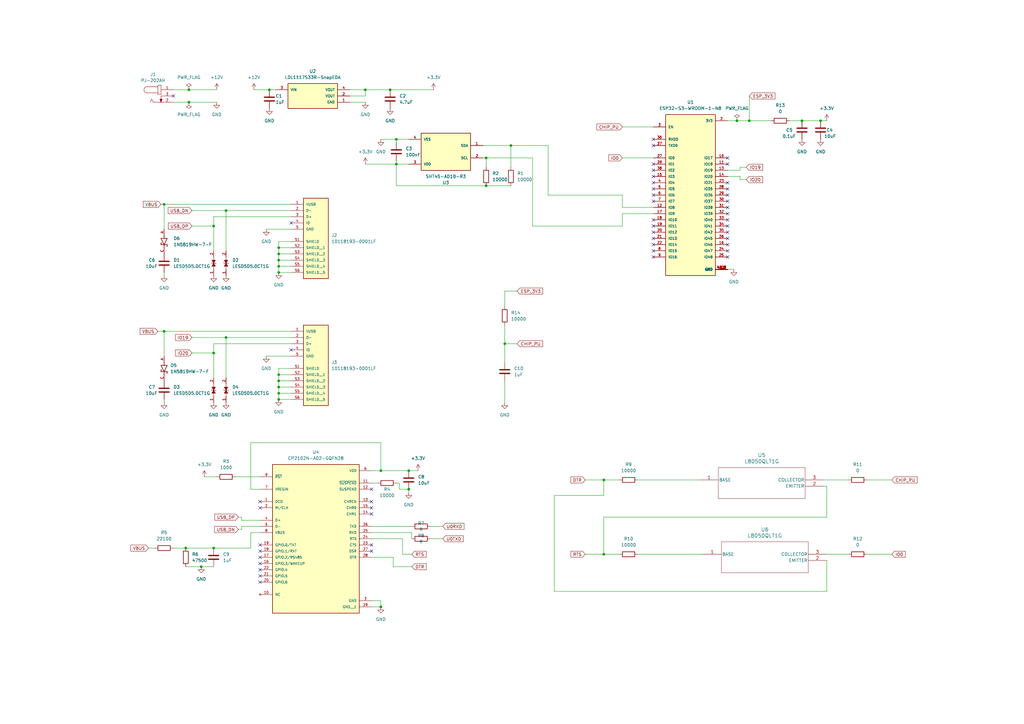
<source format=kicad_sch>
(kicad_sch (version 20230121) (generator eeschema)
  (paper "A3")
  (lib_symbols
    (symbol "Device:C" (pin_numbers hide) (pin_names (offset 0.254))
      (property "Reference" "C" (at 0.635 2.54 0))
      (property "Value" "C" (at 0.635 -2.54 0))
      (symbol "C_0_1"
        (polyline (pts (xy -2.032 -0.762) (xy 2.032 -0.762)) (stroke (width 0.508)))
        (polyline (pts (xy -2.032 0.762) (xy 2.032 0.762)) (stroke (width 0.508)))
      )
      (symbol "C_1_1"
        (pin passive line (at 0 3.81 270) (length 2.794) (name "~") (number "1"))
        (pin passive line (at 0 -3.81 90) (length 2.794) (name "~") (number "2"))
      )
    )
    (symbol "Device:R" (pin_numbers hide) (pin_names (offset 0))
      (property "Reference" "R" (at 2.032 0 90))
      (property "Value" "R" (at 0 0 90))
      (symbol "R_0_1"
        (rectangle (start -1.016 -2.54) (end 1.016 2.54) (stroke (width 0.254)))
      )
      (symbol "R_1_1"
        (pin passive line (at 0 3.81 270) (length 1.27) (name "~") (number "1"))
        (pin passive line (at 0 -3.81 90) (length 1.27) (name "~") (number "2"))
      )
    )
    (symbol "ECE445:10118193-0001LF" (pin_names (offset 1.016))
      (property "Reference" "J" (at -5.0817 10.9286 0))
      (property "Value" "10118193-0001LF" (at -5.0819 -25.4097 0))
      (symbol "10118193-0001LF_0_0"
        (rectangle (start -5.08 -22.86) (end 5.08 10.16) (stroke (width 0.254)) (fill (type background)))
        (pin passive line (at -10.16 7.62 0) (length 5.08) (name "VUSB") (number "1"))
        (pin passive line (at -10.16 5.08 0) (length 5.08) (name "D-") (number "2"))
        (pin passive line (at -10.16 2.54 0) (length 5.08) (name "D+") (number "3"))
        (pin passive line (at -10.16 0 0) (length 5.08) (name "ID") (number "4"))
        (pin passive line (at -10.16 -2.54 0) (length 5.08) (name "GND") (number "5"))
        (pin passive line (at -10.16 -7.62 0) (length 5.08) (name "SHIELD") (number "S1"))
        (pin passive line (at -10.16 -10.16 0) (length 5.08) (name "SHIELD__1") (number "S2"))
        (pin passive line (at -10.16 -12.7 0) (length 5.08) (name "SHIELD__2") (number "S3"))
        (pin passive line (at -10.16 -15.24 0) (length 5.08) (name "SHIELD__3") (number "S4"))
        (pin passive line (at -10.16 -17.78 0) (length 5.08) (name "SHIELD__4") (number "S5"))
        (pin passive line (at -10.16 -20.32 0) (length 5.08) (name "SHIELD__5") (number "S6"))
      )
    )
    (symbol "ECE445:1N5819HW-7-F" (pin_names (offset 1.016))
      (property "Reference" "D" (at -5.08 2.54 0))
      (property "Value" "1N5819HW-7-F" (at -5.08 -3.81 0))
      (symbol "1N5819HW-7-F_0_0"
        (polyline (pts (xy -2.54 0) (xy -1.27 0)) (stroke (width 0.254)))
        (polyline (pts (xy -1.27 -1.27) (xy 1.27 0)) (stroke (width 0.254)))
        (polyline (pts (xy -1.27 0) (xy -1.27 -1.27)) (stroke (width 0.254)))
        (polyline (pts (xy -1.27 1.27) (xy -1.27 0)) (stroke (width 0.254)))
        (polyline (pts (xy 0.635 -1.016) (xy 0.635 -1.27)) (stroke (width 0.254)))
        (polyline (pts (xy 1.27 -1.27) (xy 0.635 -1.27)) (stroke (width 0.254)))
        (polyline (pts (xy 1.27 0) (xy -1.27 1.27)) (stroke (width 0.254)))
        (polyline (pts (xy 1.27 0) (xy 1.27 -1.27)) (stroke (width 0.254)))
        (polyline (pts (xy 1.27 1.27) (xy 1.27 0)) (stroke (width 0.254)))
        (polyline (pts (xy 1.905 1.27) (xy 1.27 1.27)) (stroke (width 0.254)))
        (polyline (pts (xy 1.905 1.27) (xy 1.905 1.016)) (stroke (width 0.254)))
        (polyline (pts (xy 2.54 0) (xy 1.27 0)) (stroke (width 0.254)))
        (pin passive line (at -5.08 0 0) (length 2.54) (name "~") (number "A"))
        (pin passive line (at 5.08 0 180) (length 2.54) (name "~") (number "C"))
      )
    )
    (symbol "ECE445:CP2102N-A02-GQFN28" (pin_names (offset 1.016))
      (property "Reference" "U" (at -17.78 33.02 0))
      (property "Value" "CP2102N-A02-GQFN28" (at -17.78 -35.56 0))
      (symbol "CP2102N-A02-GQFN28_0_0"
        (rectangle (start -17.78 -30.48) (end 17.78 30.48) (stroke (width 0.254)) (fill (type background)))
        (pin input line (at -22.86 15.24 0) (length 5.08) (name "DCD") (number "1"))
        (pin no_connect line (at -22.86 -22.86 0) (length 5.08) (name "NC") (number "10"))
        (pin output line (at 22.86 22.86 180) (length 5.08) (name "~{SUSPEND}") (number "11"))
        (pin output line (at 22.86 20.32 180) (length 5.08) (name "SUSPEND") (number "12"))
        (pin output line (at 22.86 15.24 180) (length 5.08) (name "CHREN") (number "13"))
        (pin output line (at 22.86 10.16 180) (length 5.08) (name "CHR1") (number "14"))
        (pin output line (at 22.86 12.7 180) (length 5.08) (name "CHR0") (number "15"))
        (pin bidirectional line (at -22.86 -10.16 0) (length 5.08) (name "GPIO.3/WAKEUP") (number "16"))
        (pin bidirectional line (at -22.86 -7.62 0) (length 5.08) (name "GPIO.2/RS485") (number "17"))
        (pin bidirectional line (at -22.86 -5.08 0) (length 5.08) (name "GPIO.1/RXT") (number "18"))
        (pin bidirectional line (at -22.86 -2.54 0) (length 5.08) (name "GPIO.0/TXT") (number "19"))
        (pin bidirectional line (at -22.86 12.7 0) (length 5.08) (name "RI/CLK") (number "2"))
        (pin bidirectional line (at -22.86 -17.78 0) (length 5.08) (name "GPIO.6") (number "20"))
        (pin bidirectional line (at -22.86 -15.24 0) (length 5.08) (name "GPIO.5") (number "21"))
        (pin bidirectional line (at -22.86 -12.7 0) (length 5.08) (name "GPIO.4") (number "22"))
        (pin input line (at 22.86 -2.54 180) (length 5.08) (name "CTS") (number "23"))
        (pin output line (at 22.86 0 180) (length 5.08) (name "RTS") (number "24"))
        (pin input line (at 22.86 2.54 180) (length 5.08) (name "RXD") (number "25"))
        (pin output line (at 22.86 5.08 180) (length 5.08) (name "TXD") (number "26"))
        (pin input line (at 22.86 -5.08 180) (length 5.08) (name "DSR") (number "27"))
        (pin output line (at 22.86 -7.62 180) (length 5.08) (name "DTR") (number "28"))
        (pin power_in line (at 22.86 -27.94 180) (length 5.08) (name "GND__1") (number "29"))
        (pin power_in line (at 22.86 -25.4 180) (length 5.08) (name "GND") (number "3"))
        (pin bidirectional line (at -22.86 7.62 0) (length 5.08) (name "D+") (number "4"))
        (pin bidirectional line (at -22.86 5.08 0) (length 5.08) (name "D-") (number "5"))
        (pin power_in line (at 22.86 27.94 180) (length 5.08) (name "VDD") (number "6"))
        (pin input line (at -22.86 20.32 0) (length 5.08) (name "VREGIN") (number "7"))
        (pin input line (at -22.86 2.54 0) (length 5.08) (name "VBUS") (number "8"))
        (pin input line (at -22.86 25.4 0) (length 5.08) (name "~{RST}") (number "9"))
      )
    )
    (symbol "ECE445:ESP32-S3-WROOM-1-N8" (pin_names (offset 1.016))
      (property "Reference" "U" (at -10.16 31.5722 0))
      (property "Value" "ESP32-S3-WROOM-1-N8" (at -10.16 -38.1 0))
      (symbol "ESP32-S3-WROOM-1-N8_0_0"
        (rectangle (start -10.16 30.48) (end 10.16 -35.56) (stroke (width 0.254)) (fill (type background)))
        (pin power_in line (at 15.24 -33.02 180) (length 5.08) (name "GND") (number "1"))
        (pin bidirectional line (at 15.24 12.7 180) (length 5.08) (name "IO17") (number "10"))
        (pin bidirectional line (at 15.24 10.16 180) (length 5.08) (name "IO18") (number "11"))
        (pin bidirectional line (at -15.24 -7.62 0) (length 5.08) (name "IO8") (number "12"))
        (pin bidirectional line (at 15.24 7.62 180) (length 5.08) (name "IO19") (number "13"))
        (pin bidirectional line (at 15.24 5.08 180) (length 5.08) (name "IO20") (number "14"))
        (pin bidirectional line (at -15.24 5.08 0) (length 5.08) (name "IO3") (number "15"))
        (pin bidirectional line (at 15.24 -22.86 180) (length 5.08) (name "IO46") (number "16"))
        (pin bidirectional line (at -15.24 -10.16 0) (length 5.08) (name "IO9") (number "17"))
        (pin bidirectional line (at -15.24 -12.7 0) (length 5.08) (name "IO10") (number "18"))
        (pin bidirectional line (at -15.24 -15.24 0) (length 5.08) (name "IO11") (number "19"))
        (pin power_in line (at 15.24 27.94 180) (length 5.08) (name "3V3") (number "2"))
        (pin bidirectional line (at -15.24 -17.78 0) (length 5.08) (name "IO12") (number "20"))
        (pin bidirectional line (at -15.24 -20.32 0) (length 5.08) (name "IO13") (number "21"))
        (pin bidirectional line (at -15.24 -22.86 0) (length 5.08) (name "IO14") (number "22"))
        (pin bidirectional line (at 15.24 2.54 180) (length 5.08) (name "IO21") (number "23"))
        (pin bidirectional line (at 15.24 -25.4 180) (length 5.08) (name "IO47") (number "24"))
        (pin bidirectional line (at 15.24 -27.94 180) (length 5.08) (name "IO48") (number "25"))
        (pin bidirectional line (at 15.24 -20.32 180) (length 5.08) (name "IO45") (number "26"))
        (pin bidirectional line (at -15.24 12.7 0) (length 5.08) (name "IO0") (number "27"))
        (pin bidirectional line (at 15.24 0 180) (length 5.08) (name "IO35") (number "28"))
        (pin bidirectional line (at 15.24 -2.54 180) (length 5.08) (name "IO36") (number "29"))
        (pin input line (at -15.24 25.4 0) (length 5.08) (name "EN") (number "3"))
        (pin bidirectional line (at 15.24 -5.08 180) (length 5.08) (name "IO37") (number "30"))
        (pin bidirectional line (at 15.24 -7.62 180) (length 5.08) (name "IO38") (number "31"))
        (pin bidirectional line (at 15.24 -10.16 180) (length 5.08) (name "IO39") (number "32"))
        (pin bidirectional line (at 15.24 -12.7 180) (length 5.08) (name "IO40") (number "33"))
        (pin bidirectional line (at 15.24 -15.24 180) (length 5.08) (name "IO41") (number "34"))
        (pin bidirectional line (at 15.24 -17.78 180) (length 5.08) (name "IO42") (number "35"))
        (pin bidirectional line (at -15.24 20.32 0) (length 5.08) (name "RXD0") (number "36"))
        (pin bidirectional line (at -15.24 17.78 0) (length 5.08) (name "TXD0") (number "37"))
        (pin bidirectional line (at -15.24 7.62 0) (length 5.08) (name "IO2") (number "38"))
        (pin bidirectional line (at -15.24 10.16 0) (length 5.08) (name "IO1") (number "39"))
        (pin bidirectional line (at -15.24 2.54 0) (length 5.08) (name "IO4") (number "4"))
        (pin power_in line (at 15.24 -33.02 180) (length 5.08) (name "GND") (number "40"))
        (pin power_in line (at 15.24 -33.02 180) (length 5.08) (name "GND") (number "41_1"))
        (pin power_in line (at 15.24 -33.02 180) (length 5.08) (name "GND") (number "41_2"))
        (pin power_in line (at 15.24 -33.02 180) (length 5.08) (name "GND") (number "41_3"))
        (pin power_in line (at 15.24 -33.02 180) (length 5.08) (name "GND") (number "41_4"))
        (pin power_in line (at 15.24 -33.02 180) (length 5.08) (name "GND") (number "41_5"))
        (pin power_in line (at 15.24 -33.02 180) (length 5.08) (name "GND") (number "41_6"))
        (pin power_in line (at 15.24 -33.02 180) (length 5.08) (name "GND") (number "41_7"))
        (pin power_in line (at 15.24 -33.02 180) (length 5.08) (name "GND") (number "41_8"))
        (pin power_in line (at 15.24 -33.02 180) (length 5.08) (name "GND") (number "41_9"))
        (pin bidirectional line (at -15.24 0 0) (length 5.08) (name "IO5") (number "5"))
        (pin bidirectional line (at -15.24 -2.54 0) (length 5.08) (name "IO6") (number "6"))
        (pin bidirectional line (at -15.24 -5.08 0) (length 5.08) (name "IO7") (number "7"))
        (pin bidirectional line (at -15.24 -25.4 0) (length 5.08) (name "IO15") (number "8"))
        (pin bidirectional line (at -15.24 -27.94 0) (length 5.08) (name "IO16") (number "9"))
      )
    )
    (symbol "ECE445:L8050QLT1G" (pin_names (offset 0.254))
      (property "Reference" "U" (at 25.4 10.16 0))
      (property "Value" "L8050QLT1G" (at 25.4 7.62 0))
      (symbol "L8050QLT1G_0_1"
        (polyline (pts (xy 7.62 -7.62) (xy 43.18 -7.62)) (stroke (width 0.127)))
        (polyline (pts (xy 7.62 5.08) (xy 7.62 -7.62)) (stroke (width 0.127)))
        (polyline (pts (xy 43.18 -7.62) (xy 43.18 5.08)) (stroke (width 0.127)))
        (polyline (pts (xy 43.18 5.08) (xy 7.62 5.08)) (stroke (width 0.127)))
        (pin unspecified line (at 0 0 0) (length 7.62) (name "BASE") (number "1"))
        (pin unspecified line (at 50.8 -2.54 180) (length 7.62) (name "EMITTER") (number "2"))
        (pin unspecified line (at 50.8 0 180) (length 7.62) (name "COLLECTOR") (number "3"))
      )
    )
    (symbol "ECE445:LDL1117S33R-SnapEDA" (pin_names (offset 1.016))
      (property "Reference" "U" (at -10.16 7.62 0))
      (property "Value" "LDL1117S33R-SnapEDA" (at -10.16 -10.16 0))
      (symbol "LDL1117S33R-SnapEDA_0_0"
        (rectangle (start -10.16 5.08) (end 10.16 -5.08) (stroke (width 0.254)) (fill (type background)))
        (pin power_in line (at 15.24 -2.54 180) (length 5.08) (name "GND") (number "1"))
        (pin input line (at -15.24 2.54 0) (length 5.08) (name "VIN") (number "3"))
      )
      (symbol "LDL1117S33R-SnapEDA_1_0"
        (pin power_in line (at 15.24 0 180) (length 5.08) (name "VOUT") (number "2"))
        (pin power_out line (at 15.24 2.54 180) (length 5.08) (name "VOUT") (number "4"))
      )
    )
    (symbol "ECE445:LESD5D5.0CT1G" (pin_names (offset 1.016))
      (property "Reference" "D" (at -5.08 2.54 0))
      (property "Value" "LESD5D5.0CT1G" (at -5.08 -5.08 0))
      (symbol "LESD5D5.0CT1G_0_0"
        (polyline (pts (xy -1.27 0) (xy -2.54 0)) (stroke (width 0.1524)))
        (polyline (pts (xy 0 -0.762) (xy -0.254 -1.016)) (stroke (width 0.1524)))
        (polyline (pts (xy 0 -0.762) (xy 0 0.762)) (stroke (width 0.1524)))
        (polyline (pts (xy 0 0.762) (xy 0.254 1.016)) (stroke (width 0.1524)))
        (polyline (pts (xy 1.27 0) (xy 2.54 0)) (stroke (width 0.1524)))
        (polyline (pts (xy 0 0) (xy -1.27 -0.762) (xy -1.27 0.762) (xy 0 0)) (stroke (width 0.1524)) (fill (type outline)))
        (polyline (pts (xy 0 0) (xy 1.27 0.762) (xy 1.27 -0.762) (xy 0 0)) (stroke (width 0.1524)) (fill (type outline)))
        (pin passive line (at -5.08 0 0) (length 2.54) (name "~") (number "1"))
        (pin passive line (at 5.08 0 180) (length 2.54) (name "~") (number "2"))
      )
    )
    (symbol "ECE445:PJ-202AH" (pin_names (offset 1.016))
      (property "Reference" "J" (at -7.6202 5.0801 0))
      (property "Value" "PJ-202AH" (at -7.6203 -5.0802 0))
      (symbol "PJ-202AH_0_0"
        (arc (start -5.715 3.81) (mid -6.9795 2.54) (end -5.715 1.27) (stroke (width 0.1524)))
        (polyline (pts (xy -5.715 3.81) (xy -1.27 3.81)) (stroke (width 0.1524)))
        (polyline (pts (xy -3.81 -1.27) (xy -4.445 -2.54)) (stroke (width 0.1524)))
        (polyline (pts (xy -3.175 -2.54) (xy -3.81 -1.27)) (stroke (width 0.1524)))
        (polyline (pts (xy -1.27 0.635) (xy 0 0.635)) (stroke (width 0.1524)))
        (polyline (pts (xy -1.27 1.27) (xy -5.715 1.27)) (stroke (width 0.1524)))
        (polyline (pts (xy -1.27 1.27) (xy -1.27 0.635)) (stroke (width 0.1524)))
        (polyline (pts (xy -1.27 3.81) (xy -1.27 1.27)) (stroke (width 0.1524)))
        (polyline (pts (xy -1.27 4.445) (xy -1.27 3.81)) (stroke (width 0.1524)))
        (polyline (pts (xy 0 -2.54) (xy -3.175 -2.54)) (stroke (width 0.1524)))
        (polyline (pts (xy 0 0) (xy 0 -2.54)) (stroke (width 0.1524)))
        (polyline (pts (xy 0 0.635) (xy 0 4.445)) (stroke (width 0.1524)))
        (polyline (pts (xy 0 4.445) (xy -1.27 4.445)) (stroke (width 0.1524)))
        (polyline (pts (xy 0 -2.54) (xy -0.508 -1.27) (xy 0.508 -1.27) (xy 0 -2.54)) (stroke (width 0.1524)) (fill (type outline)))
        (pin passive line (at 5.08 2.54 180) (length 5.08) (name "~") (number "1"))
        (pin passive line (at 5.08 -2.54 180) (length 5.08) (name "~") (number "2"))
        (pin passive line (at 5.08 0 180) (length 5.08) (name "~") (number "3"))
      )
    )
    (symbol "ECE445:SHT45-AD1B-R3" (pin_names (offset 1.016))
      (property "Reference" "U" (at -10.16 8.89 0))
      (property "Value" "SHT45-AD1B-R3" (at -10.16 -10.16 0))
      (symbol "SHT45-AD1B-R3_0_0"
        (rectangle (start -10.16 -7.62) (end 10.16 7.62) (stroke (width 0.254)) (fill (type background)))
        (pin bidirectional line (at -15.24 -2.54 0) (length 5.08) (name "SDA") (number "1"))
        (pin input line (at -15.24 2.54 0) (length 5.08) (name "SCL") (number "2"))
        (pin power_in line (at 15.24 5.08 180) (length 5.08) (name "VDD") (number "3"))
        (pin power_in line (at 15.24 -5.08 180) (length 5.08) (name "VSS") (number "4"))
      )
    )
    (symbol "power:+12V" (power) (pin_names (offset 0))
      (property "Value" "+12V" (at 0 3.556 0))
      (symbol "+12V_0_1"
        (polyline (pts (xy -0.762 1.27) (xy 0 2.54)))
        (polyline (pts (xy 0 0) (xy 0 2.54)))
        (polyline (pts (xy 0 2.54) (xy 0.762 1.27)))
      )
      (symbol "+12V_1_1"
        (pin power_in line (at 0 0 90) (length 0) hide (name "+12V") (number "1"))
      )
    )
    (symbol "power:+3.3V" (power) (pin_names (offset 0))
      (property "Value" "+3.3V" (at 0 3.556 0))
      (symbol "+3.3V_0_1"
        (polyline (pts (xy -0.762 1.27) (xy 0 2.54)))
        (polyline (pts (xy 0 0) (xy 0 2.54)))
        (polyline (pts (xy 0 2.54) (xy 0.762 1.27)))
      )
      (symbol "+3.3V_1_1"
        (pin power_in line (at 0 0 90) (length 0) hide (name "+3.3V") (number "1"))
      )
    )
    (symbol "power:GND" (power) (pin_names (offset 0))
      (property "Value" "GND" (at 0 -3.81 0))
      (symbol "GND_0_1"
        (polyline (pts (xy 0 0) (xy 0 -1.27) (xy 1.27 -1.27) (xy 0 -2.54) (xy -1.27 -1.27) (xy 0 -1.27)))
      )
      (symbol "GND_1_1"
        (pin power_in line (at 0 0 270) (length 0) hide (name "GND") (number "1"))
      )
    )
    (symbol "power:PWR_FLAG" (power) (pin_numbers hide) (pin_names (offset 0) hide)
      (property "Value" "PWR_FLAG" (at 0 3.81 0))
      (symbol "PWR_FLAG_0_0"
        (pin power_out line (at 0 0 90) (length 0) (name "pwr") (number "1"))
      )
      (symbol "PWR_FLAG_0_1"
        (polyline (pts (xy 0 0) (xy 0 1.27) (xy -1.016 1.905) (xy 0 2.54) (xy 1.016 1.905) (xy 0 1.27)))
      )
    )
  )
  (junction (at 162.56 67.31))
  (junction (at 302.26 49.53))
  (junction (at 209.55 59.69))
  (junction (at 82.55 232.41))
  (junction (at 156.21 248.92))
  (junction (at 247.65 196.85))
  (junction (at 114.3 109.22))
  (junction (at 114.3 104.14))
  (junction (at 160.02 36.83))
  (junction (at 199.39 76.2))
  (junction (at 247.65 227.33))
  (junction (at 114.3 156.21))
  (junction (at 328.93 49.53))
  (junction (at 87.63 224.79))
  (junction (at 156.21 193.04))
  (junction (at 67.31 135.89))
  (junction (at 114.3 106.68))
  (junction (at 110.49 36.83))
  (junction (at 336.55 49.53))
  (junction (at 207.01 140.97))
  (junction (at 307.34 49.53))
  (junction (at 92.71 86.36))
  (junction (at 149.86 36.83))
  (junction (at 77.47 36.83))
  (junction (at 114.3 153.67))
  (junction (at 67.31 83.82))
  (junction (at 87.63 144.78))
  (junction (at 114.3 161.29))
  (junction (at 114.3 163.83))
  (junction (at 167.64 193.04))
  (junction (at 114.3 158.75))
  (junction (at 87.63 92.71))
  (junction (at 114.3 111.76))
  (junction (at 76.2 224.79))
  (junction (at 162.56 57.15))
  (junction (at 77.47 41.91))
  (junction (at 167.64 200.66))
  (junction (at 114.3 101.6))
  (junction (at 199.39 64.77))
  (junction (at 92.71 138.43))
  (no_connect (at 267.97 69.85))
  (no_connect (at 119.38 143.51))
  (no_connect (at 298.45 64.77))
  (no_connect (at 298.45 105.41))
  (no_connect (at 152.4 223.52))
  (no_connect (at 298.45 90.17))
  (no_connect (at 267.97 105.41))
  (no_connect (at 267.97 92.71))
  (no_connect (at 267.97 72.39))
  (no_connect (at 267.97 97.79))
  (no_connect (at 298.45 87.63))
  (no_connect (at 71.12 39.37))
  (no_connect (at 267.97 82.55))
  (no_connect (at 152.4 226.06))
  (no_connect (at 267.97 77.47))
  (no_connect (at 298.45 95.25))
  (no_connect (at 267.97 57.15))
  (no_connect (at 298.45 67.31))
  (no_connect (at 106.68 238.76))
  (no_connect (at 298.45 74.93))
  (no_connect (at 267.97 90.17))
  (no_connect (at 106.68 236.22))
  (no_connect (at 152.4 210.82))
  (no_connect (at 267.97 59.69))
  (no_connect (at 298.45 80.01))
  (no_connect (at 106.68 223.52))
  (no_connect (at 298.45 92.71))
  (no_connect (at 106.68 233.68))
  (no_connect (at 298.45 82.55))
  (no_connect (at 106.68 231.14))
  (no_connect (at 152.4 208.28))
  (no_connect (at 298.45 102.87))
  (no_connect (at 267.97 102.87))
  (no_connect (at 267.97 100.33))
  (no_connect (at 152.4 205.74))
  (no_connect (at 106.68 208.28))
  (no_connect (at 298.45 85.09))
  (no_connect (at 298.45 77.47))
  (no_connect (at 267.97 67.31))
  (no_connect (at 267.97 74.93))
  (no_connect (at 298.45 100.33))
  (no_connect (at 298.45 97.79))
  (no_connect (at 152.4 200.66))
  (no_connect (at 106.68 228.6))
  (no_connect (at 106.68 226.06))
  (no_connect (at 119.38 91.44))
  (no_connect (at 267.97 80.01))
  (no_connect (at 267.97 95.25))
  (no_connect (at 106.68 205.74))
  (wire (pts (xy 143.51 36.83) (xy 149.86 36.83)))
  (wire (pts (xy 114.3 158.75) (xy 119.38 158.75)))
  (wire (pts (xy 199.39 64.77) (xy 218.44 64.77)))
  (wire (pts (xy 156.21 246.38) (xy 156.21 248.92)))
  (wire (pts (xy 207.01 156.21) (xy 207.01 165.1)))
  (wire (pts (xy 162.56 66.04) (xy 162.56 67.31)))
  (wire (pts (xy 110.49 36.83) (xy 113.03 36.83)))
  (wire (pts (xy 261.62 227.33) (xy 288.29 227.33)))
  (wire (pts (xy 114.3 104.14) (xy 114.3 106.68)))
  (wire (pts (xy 198.12 64.77) (xy 199.39 64.77)))
  (wire (pts (xy 255.27 92.71) (xy 255.27 87.63)))
  (wire (pts (xy 104.14 36.83) (xy 110.49 36.83)))
  (wire (pts (xy 161.29 228.6) (xy 161.29 232.41)))
  (wire (pts (xy 71.12 41.91) (xy 77.47 41.91)))
  (wire (pts (xy 149.86 36.83) (xy 160.02 36.83)))
  (wire (pts (xy 207.01 140.97) (xy 207.01 148.59)))
  (wire (pts (xy 255.27 85.09) (xy 267.97 85.09)))
  (wire (pts (xy 162.56 57.15) (xy 162.56 58.42)))
  (wire (pts (xy 114.3 101.6) (xy 114.3 104.14)))
  (wire (pts (xy 209.55 59.69) (xy 198.12 59.69)))
  (wire (pts (xy 255.27 87.63) (xy 267.97 87.63)))
  (wire (pts (xy 298.45 72.39) (xy 303.53 72.39)))
  (wire (pts (xy 114.3 104.14) (xy 119.38 104.14)))
  (wire (pts (xy 114.3 109.22) (xy 114.3 111.76)))
  (wire (pts (xy 114.3 99.06) (xy 114.3 101.6)))
  (wire (pts (xy 339.09 49.53) (xy 336.55 49.53)))
  (wire (pts (xy 224.79 59.69) (xy 209.55 59.69)))
  (wire (pts (xy 71.12 36.83) (xy 77.47 36.83)))
  (wire (pts (xy 207.01 140.97) (xy 212.09 140.97)))
  (wire (pts (xy 99.06 217.17) (xy 99.06 215.9)))
  (wire (pts (xy 152.4 218.44) (xy 168.91 218.44)))
  (wire (pts (xy 78.74 138.43) (xy 92.71 138.43)))
  (wire (pts (xy 303.53 69.85) (xy 303.53 68.58)))
  (wire (pts (xy 87.63 144.78) (xy 87.63 140.97)))
  (wire (pts (xy 114.3 156.21) (xy 114.3 158.75)))
  (wire (pts (xy 339.09 229.87) (xy 339.09 242.57)))
  (wire (pts (xy 78.74 86.36) (xy 92.71 86.36)))
  (wire (pts (xy 114.3 158.75) (xy 114.3 161.29)))
  (wire (pts (xy 67.31 135.89) (xy 119.38 135.89)))
  (wire (pts (xy 87.63 144.78) (xy 87.63 154.94)))
  (wire (pts (xy 87.63 88.9) (xy 119.38 88.9)))
  (wire (pts (xy 176.53 220.98) (xy 181.61 220.98)))
  (wire (pts (xy 67.31 83.82) (xy 119.38 83.82)))
  (wire (pts (xy 337.82 196.85) (xy 347.98 196.85)))
  (wire (pts (xy 336.55 49.53) (xy 328.93 49.53)))
  (wire (pts (xy 339.09 242.57) (xy 227.33 242.57)))
  (wire (pts (xy 78.74 92.71) (xy 87.63 92.71)))
  (wire (pts (xy 67.31 135.89) (xy 67.31 146.05)))
  (wire (pts (xy 114.3 101.6) (xy 119.38 101.6)))
  (wire (pts (xy 298.45 69.85) (xy 303.53 69.85)))
  (wire (pts (xy 96.52 195.58) (xy 106.68 195.58)))
  (wire (pts (xy 143.51 39.37) (xy 149.86 39.37)))
  (wire (pts (xy 227.33 203.2) (xy 247.65 203.2)))
  (wire (pts (xy 152.4 246.38) (xy 156.21 246.38)))
  (wire (pts (xy 218.44 92.71) (xy 218.44 64.77)))
  (wire (pts (xy 162.56 198.12) (xy 163.83 198.12)))
  (wire (pts (xy 102.87 200.66) (xy 102.87 181.61)))
  (wire (pts (xy 102.87 224.79) (xy 87.63 224.79)))
  (wire (pts (xy 77.47 41.91) (xy 88.9 41.91)))
  (wire (pts (xy 302.26 49.53) (xy 307.34 49.53)))
  (wire (pts (xy 76.2 232.41) (xy 82.55 232.41)))
  (wire (pts (xy 337.82 199.39) (xy 339.09 199.39)))
  (wire (pts (xy 165.1 220.98) (xy 165.1 227.33)))
  (wire (pts (xy 92.71 138.43) (xy 92.71 154.94)))
  (wire (pts (xy 303.53 72.39) (xy 303.53 73.66)))
  (wire (pts (xy 156.21 57.15) (xy 162.56 57.15)))
  (wire (pts (xy 247.65 227.33) (xy 254 227.33)))
  (wire (pts (xy 152.4 198.12) (xy 154.94 198.12)))
  (wire (pts (xy 114.3 163.83) (xy 119.38 163.83)))
  (wire (pts (xy 102.87 218.44) (xy 102.87 224.79)))
  (wire (pts (xy 114.3 153.67) (xy 114.3 156.21)))
  (wire (pts (xy 323.85 49.53) (xy 328.93 49.53)))
  (wire (pts (xy 152.4 248.92) (xy 156.21 248.92)))
  (wire (pts (xy 303.53 73.66) (xy 306.07 73.66)))
  (wire (pts (xy 78.74 144.78) (xy 87.63 144.78)))
  (wire (pts (xy 199.39 64.77) (xy 199.39 68.58)))
  (wire (pts (xy 218.44 92.71) (xy 255.27 92.71)))
  (wire (pts (xy 109.22 146.05) (xy 119.38 146.05)))
  (wire (pts (xy 247.65 203.2) (xy 247.65 196.85)))
  (wire (pts (xy 261.62 196.85) (xy 287.02 196.85)))
  (wire (pts (xy 87.63 140.97) (xy 119.38 140.97)))
  (wire (pts (xy 76.2 224.79) (xy 87.63 224.79)))
  (wire (pts (xy 102.87 181.61) (xy 156.21 181.61)))
  (wire (pts (xy 67.31 83.82) (xy 67.31 93.98)))
  (wire (pts (xy 92.71 86.36) (xy 119.38 86.36)))
  (wire (pts (xy 307.34 49.53) (xy 316.23 49.53)))
  (wire (pts (xy 143.51 41.91) (xy 149.86 41.91)))
  (wire (pts (xy 167.64 201.93) (xy 167.64 200.66)))
  (wire (pts (xy 77.47 36.83) (xy 88.9 36.83)))
  (wire (pts (xy 114.3 161.29) (xy 119.38 161.29)))
  (wire (pts (xy 163.83 198.12) (xy 163.83 200.66)))
  (wire (pts (xy 240.03 196.85) (xy 247.65 196.85)))
  (wire (pts (xy 199.39 76.2) (xy 209.55 76.2)))
  (wire (pts (xy 168.91 218.44) (xy 168.91 220.98)))
  (wire (pts (xy 339.09 212.09) (xy 247.65 212.09)))
  (wire (pts (xy 87.63 92.71) (xy 87.63 88.9)))
  (wire (pts (xy 163.83 200.66) (xy 167.64 200.66)))
  (wire (pts (xy 114.3 156.21) (xy 119.38 156.21)))
  (wire (pts (xy 149.86 39.37) (xy 149.86 36.83)))
  (wire (pts (xy 119.38 151.13) (xy 114.3 151.13)))
  (wire (pts (xy 92.71 138.43) (xy 119.38 138.43)))
  (wire (pts (xy 247.65 212.09) (xy 247.65 227.33)))
  (wire (pts (xy 298.45 49.53) (xy 302.26 49.53)))
  (wire (pts (xy 99.06 213.36) (xy 106.68 213.36)))
  (wire (pts (xy 99.06 212.09) (xy 99.06 213.36)))
  (wire (pts (xy 167.64 193.04) (xy 171.45 193.04)))
  (wire (pts (xy 339.09 199.39) (xy 339.09 212.09)))
  (wire (pts (xy 160.02 36.83) (xy 177.8 36.83)))
  (wire (pts (xy 212.09 119.38) (xy 207.01 119.38)))
  (wire (pts (xy 209.55 59.69) (xy 209.55 68.58)))
  (wire (pts (xy 162.56 67.31) (xy 167.64 67.31)))
  (wire (pts (xy 114.3 106.68) (xy 114.3 109.22)))
  (wire (pts (xy 114.3 161.29) (xy 114.3 163.83)))
  (wire (pts (xy 66.04 83.82) (xy 67.31 83.82)))
  (wire (pts (xy 207.01 133.35) (xy 207.01 140.97)))
  (wire (pts (xy 255.27 52.07) (xy 267.97 52.07)))
  (wire (pts (xy 109.22 93.98) (xy 119.38 93.98)))
  (wire (pts (xy 114.3 151.13) (xy 114.3 153.67)))
  (wire (pts (xy 99.06 215.9) (xy 106.68 215.9)))
  (wire (pts (xy 97.79 212.09) (xy 99.06 212.09)))
  (wire (pts (xy 114.3 153.67) (xy 119.38 153.67)))
  (wire (pts (xy 355.6 227.33) (xy 365.76 227.33)))
  (wire (pts (xy 199.39 76.2) (xy 162.56 76.2)))
  (wire (pts (xy 114.3 106.68) (xy 119.38 106.68)))
  (wire (pts (xy 224.79 80.01) (xy 224.79 59.69)))
  (wire (pts (xy 114.3 109.22) (xy 119.38 109.22)))
  (wire (pts (xy 176.53 215.9) (xy 181.61 215.9)))
  (wire (pts (xy 156.21 193.04) (xy 167.64 193.04)))
  (wire (pts (xy 307.34 39.37) (xy 307.34 49.53)))
  (wire (pts (xy 152.4 220.98) (xy 165.1 220.98)))
  (wire (pts (xy 119.38 99.06) (xy 114.3 99.06)))
  (wire (pts (xy 303.53 68.58) (xy 306.07 68.58)))
  (wire (pts (xy 240.03 227.33) (xy 247.65 227.33)))
  (wire (pts (xy 152.4 228.6) (xy 161.29 228.6)))
  (wire (pts (xy 83.82 195.58) (xy 88.9 195.58)))
  (wire (pts (xy 224.79 80.01) (xy 255.27 80.01)))
  (wire (pts (xy 255.27 80.01) (xy 255.27 85.09)))
  (wire (pts (xy 161.29 232.41) (xy 168.91 232.41)))
  (wire (pts (xy 114.3 111.76) (xy 119.38 111.76)))
  (wire (pts (xy 152.4 193.04) (xy 156.21 193.04)))
  (wire (pts (xy 152.4 215.9) (xy 168.91 215.9)))
  (wire (pts (xy 97.79 217.17) (xy 99.06 217.17)))
  (wire (pts (xy 355.6 196.85) (xy 365.76 196.85)))
  (wire (pts (xy 71.12 224.79) (xy 76.2 224.79)))
  (wire (pts (xy 156.21 181.61) (xy 156.21 193.04)))
  (wire (pts (xy 162.56 57.15) (xy 167.64 57.15)))
  (wire (pts (xy 64.77 135.89) (xy 67.31 135.89)))
  (wire (pts (xy 82.55 232.41) (xy 87.63 232.41)))
  (wire (pts (xy 162.56 76.2) (xy 162.56 67.31)))
  (wire (pts (xy 207.01 119.38) (xy 207.01 125.73)))
  (wire (pts (xy 300.99 110.49) (xy 298.45 110.49)))
  (wire (pts (xy 165.1 227.33) (xy 168.91 227.33)))
  (wire (pts (xy 227.33 242.57) (xy 227.33 203.2)))
  (wire (pts (xy 247.65 196.85) (xy 254 196.85)))
  (wire (pts (xy 339.09 227.33) (xy 347.98 227.33)))
  (wire (pts (xy 92.71 86.36) (xy 92.71 102.87)))
  (wire (pts (xy 255.27 64.77) (xy 267.97 64.77)))
  (wire (pts (xy 87.63 92.71) (xy 87.63 102.87)))
  (wire (pts (xy 67.31 111.76) (xy 67.31 113.03)))
  (wire (pts (xy 60.96 224.79) (xy 63.5 224.79)))
  (wire (pts (xy 67.31 163.83) (xy 67.31 165.1)))
  (wire (pts (xy 106.68 218.44) (xy 102.87 218.44)))
  (wire (pts (xy 149.86 67.31) (xy 162.56 67.31)))
  (wire (pts (xy 106.68 200.66) (xy 102.87 200.66)))
  (global_label "VBUS" (shape input) (at 64.77 135.89 180) (property "Intersheetrefs" "${INTERSHEET_REFS}" (effects hide)))
  (global_label "U0RXD" (shape input) (at 181.61 215.9 0) (property "Intersheetrefs" "${INTERSHEET_REFS}" (effects hide)))
  (global_label "U0TXD" (shape input) (at 181.61 220.98 0) (property "Intersheetrefs" "${INTERSHEET_REFS}" (effects hide)))
  (global_label "CHIP_PU" (shape input) (at 365.76 196.85 0) (property "Intersheetrefs" "${INTERSHEET_REFS}" (effects hide)))
  (global_label "ESP_3V3" (shape input) (at 307.34 39.37 0) (property "Intersheetrefs" "${INTERSHEET_REFS}" (effects hide)))
  (global_label "CHIP_PU" (shape input) (at 255.27 52.07 180) (property "Intersheetrefs" "${INTERSHEET_REFS}" (effects hide)))
  (global_label "DTR" (shape input) (at 240.03 196.85 180) (property "Intersheetrefs" "${INTERSHEET_REFS}" (effects hide)))
  (global_label "IO19" (shape input) (at 306.07 68.58 0) (property "Intersheetrefs" "${INTERSHEET_REFS}" (effects hide)))
  (global_label "RTS" (shape input) (at 240.03 227.33 180) (property "Intersheetrefs" "${INTERSHEET_REFS}" (effects hide)))
  (global_label "IO0" (shape input) (at 255.27 64.77 180) (property "Intersheetrefs" "${INTERSHEET_REFS}" (effects hide)))
  (global_label "CHIP_PU" (shape input) (at 212.09 140.97 0) (property "Intersheetrefs" "${INTERSHEET_REFS}" (effects hide)))
  (global_label "IO20" (shape input) (at 78.74 144.78 180) (property "Intersheetrefs" "${INTERSHEET_REFS}" (effects hide)))
  (global_label "USB_DP" (shape input) (at 78.74 92.71 180) (property "Intersheetrefs" "${INTERSHEET_REFS}" (effects hide)))
  (global_label "VBUS" (shape input) (at 66.04 83.82 180) (property "Intersheetrefs" "${INTERSHEET_REFS}" (effects hide)))
  (global_label "VBUS" (shape input) (at 60.96 224.79 180) (property "Intersheetrefs" "${INTERSHEET_REFS}" (effects hide)))
  (global_label "USB_DN" (shape input) (at 97.79 217.17 180) (property "Intersheetrefs" "${INTERSHEET_REFS}" (effects hide)))
  (global_label "RTS" (shape input) (at 168.91 227.33 0) (property "Intersheetrefs" "${INTERSHEET_REFS}" (effects hide)))
  (global_label "IO20" (shape input) (at 306.07 73.66 0) (property "Intersheetrefs" "${INTERSHEET_REFS}" (effects hide)))
  (global_label "ESP_3V3" (shape input) (at 212.09 119.38 0) (property "Intersheetrefs" "${INTERSHEET_REFS}" (effects hide)))
  (global_label "USB_DN" (shape input) (at 78.74 86.36 180) (property "Intersheetrefs" "${INTERSHEET_REFS}" (effects hide)))
  (global_label "DTR" (shape input) (at 168.91 232.41 0) (property "Intersheetrefs" "${INTERSHEET_REFS}" (effects hide)))
  (global_label "USB_DP" (shape input) (at 97.79 212.09 180) (property "Intersheetrefs" "${INTERSHEET_REFS}" (effects hide)))
  (global_label "IO19" (shape input) (at 78.74 138.43 180) (property "Intersheetrefs" "${INTERSHEET_REFS}" (effects hide)))
  (global_label "IO0" (shape input) (at 365.76 227.33 0) (property "Intersheetrefs" "${INTERSHEET_REFS}" (effects hide)))
  (symbol (lib_id "ECE445:LESD5D5.0CT1G") (at 92.71 160.02 90) (unit 1)
    (property "Reference" "D4" (at 95.25 158.75 90) (effects (justify right)))
    (property "Value" "LESD5D5.0CT1G" (at 95.25 161.29 90) (effects (justify right)))
    (property "Footprint" "LESD5D5.0CT1G:TVS_LESD5D5.0CT1G" (effects hide))
    (property "MF" "Leshan Radio Co." (effects hide))
    (property "MAXIMUM_PACKAGE_HEIGHT" "0.7 mm" (effects hide))
    (property "Package" "None" (effects hide))
    (property "Price" "None" (effects hide))
    (property "Check_prices" "https://www.snapeda.com/parts/LESD5D5.0CT1G/Leshan+Radio+Co./view-part/?ref=eda" (effects hide))
    (property "STANDARD" "Manufacturer Recommendations" (effects hide))
    (property "PARTREV" "O" (effects hide))
    (property "SnapEDA_Link" "https://www.snapeda.com/parts/LESD5D5.0CT1G/Leshan+Radio+Co./view-part/?ref=snap" (effects hide))
    (property "MP" "LESD5D5.0CT1G" (effects hide))
    (property "Description" "\nTransient Voltage Suppressors for ESD Protection\n" (effects hide))
    (property "Availability" "Not in stock" (effects hide))
    (property "MANUFACTURER" "LRC" (effects hide))
  )
  (symbol (lib_id "power:GND") (at 328.93 57.15 0) (mirror y) (unit 1)
    (property "Reference" "#PWR014" (effects hide))
    (property "Value" "GND" (at 328.93 62.23 0))
  )
  (symbol (lib_id "Device:R") (at 209.55 72.39 0) (unit 1)
    (property "Reference" "R1" (at 212.09 71.12 0) (effects (justify left)))
    (property "Value" "10000" (at 212.09 73.66 0) (effects (justify left)))
  )
  (symbol (lib_id "Device:R") (at 172.72 220.98 90) (unit 1)
    (property "Reference" "R8" (at 172.72 219.71 90))
    (property "Value" "R" (at 172.72 222.25 90))
  )
  (symbol (lib_id "power:PWR_FLAG") (at 77.47 36.83 0) (unit 1)
    (property "Reference" "#FLG01" (effects hide))
    (property "Value" "PWR_FLAG" (at 77.47 31.75 0))
  )
  (symbol (lib_id "ECE445:L8050QLT1G") (at 288.29 227.33 0) (unit 1)
    (property "Reference" "U6" (at 313.69 217.17 0) (effects (font (size 1.524 1.524))))
    (property "Value" "L8050QLT1G" (at 313.69 219.71 0) (effects (font (size 1.524 1.524))))
    (property "Footprint" "SOT-23_ONS" (effects hide))
    (property "Datasheet" "KSC3265YMTF" (effects hide))
  )
  (symbol (lib_id "Device:R") (at 257.81 196.85 90) (unit 1)
    (property "Reference" "R9" (at 257.81 190.5 90))
    (property "Value" "10000" (at 257.81 193.04 90))
  )
  (symbol (lib_id "power:GND") (at 87.63 165.1 0) (unit 1)
    (property "Reference" "#PWR018" (effects hide))
    (property "Value" "GND" (at 87.63 170.18 0))
  )
  (symbol (lib_id "ECE445:L8050QLT1G") (at 287.02 196.85 0) (unit 1)
    (property "Reference" "U5" (at 312.42 186.69 0) (effects (font (size 1.524 1.524))))
    (property "Value" "L8050QLT1G" (at 312.42 189.23 0) (effects (font (size 1.524 1.524))))
    (property "Footprint" "SOT-23_ONS" (effects hide))
    (property "Datasheet" "KSC3265YMTF" (effects hide))
  )
  (symbol (lib_id "Device:R") (at 207.01 129.54 0) (unit 1)
    (property "Reference" "R14" (at 209.55 128.27 0) (effects (justify left)))
    (property "Value" "10000" (at 209.55 130.81 0) (effects (justify left)))
  )
  (symbol (lib_id "Device:C") (at 87.63 228.6 0) (unit 1)
    (property "Reference" "C9" (at 91.44 227.33 0) (effects (justify left)))
    (property "Value" "1uF" (at 91.44 229.87 0) (effects (justify left)))
  )
  (symbol (lib_id "ECE445:10118193-0001LF") (at 129.54 143.51 0) (unit 1)
    (property "Reference" "J3" (at 135.89 148.59 0) (effects (justify left)))
    (property "Value" "10118193-0001LF" (at 135.89 151.13 0) (effects (justify left)))
    (property "Footprint" "10118193-0001LF:AMPHENOL_10118193-0001LF" (effects hide))
    (property "PARTREV" "E" (effects hide))
    (property "MANUFACTURER" "Amphenol FCI" (effects hide))
    (property "MAXIMUM_PACKAGE_HEIGHT" "2.55 mm" (effects hide))
    (property "STANDARD" "Manufacturer Recommendations" (effects hide))
  )
  (symbol (lib_id "Device:C") (at 160.02 40.64 0) (unit 1)
    (property "Reference" "C2" (at 163.83 39.37 0) (effects (justify left)))
    (property "Value" "4.7uF" (at 163.83 41.91 0) (effects (justify left)))
  )
  (symbol (lib_id "ECE445:1N5819HW-7-F") (at 67.31 151.13 270) (unit 1)
    (property "Reference" "D5" (at 69.85 149.86 90) (effects (justify left)))
    (property "Value" "1N5819HW-7-F" (at 69.85 152.4 90) (effects (justify left)))
    (property "Footprint" "1N5819HW-7-F:SOD3715X145N" (effects hide))
    (property "PARTREV" "18-2" (effects hide))
    (property "STANDARD" "IPC-7351B" (effects hide))
    (property "MANUFACTURER" "Diodes Inc." (effects hide))
  )
  (symbol (lib_id "ECE445:1N5819HW-7-F") (at 67.31 99.06 270) (unit 1)
    (property "Reference" "D6" (at 71.12 97.79 90) (effects (justify left)))
    (property "Value" "1N5819HW-7-F" (at 71.12 100.33 90) (effects (justify left)))
    (property "Footprint" "1N5819HW-7-F:SOD3715X145N" (effects hide))
    (property "PARTREV" "18-2" (effects hide))
    (property "STANDARD" "IPC-7351B" (effects hide))
    (property "MANUFACTURER" "Diodes Inc." (effects hide))
  )
  (symbol (lib_id "ECE445:LESD5D5.0CT1G") (at 87.63 107.95 90) (unit 1)
    (property "Reference" "D1" (at 71.12 106.68 90) (effects (justify right)))
    (property "Value" "LESD5D5.0CT1G" (at 71.12 109.22 90) (effects (justify right)))
    (property "Footprint" "LESD5D5.0CT1G:TVS_LESD5D5.0CT1G" (effects hide))
    (property "MF" "Leshan Radio Co." (effects hide))
    (property "MAXIMUM_PACKAGE_HEIGHT" "0.7 mm" (effects hide))
    (property "Package" "None" (effects hide))
    (property "Price" "None" (effects hide))
    (property "Check_prices" "https://www.snapeda.com/parts/LESD5D5.0CT1G/Leshan+Radio+Co./view-part/?ref=eda" (effects hide))
    (property "STANDARD" "Manufacturer Recommendations" (effects hide))
    (property "PARTREV" "O" (effects hide))
    (property "SnapEDA_Link" "https://www.snapeda.com/parts/LESD5D5.0CT1G/Leshan+Radio+Co./view-part/?ref=snap" (effects hide))
    (property "MP" "LESD5D5.0CT1G" (effects hide))
    (property "Description" "\nTransient Voltage Suppressors for ESD Protection\n" (effects hide))
    (property "Availability" "Not in stock" (effects hide))
    (property "MANUFACTURER" "LRC" (effects hide))
  )
  (symbol (lib_id "power:+12V") (at 88.9 36.83 0) (unit 1)
    (property "Reference" "#PWR01" (effects hide))
    (property "Value" "+12V" (at 88.9 31.75 0))
  )
  (symbol (lib_id "power:+3.3V") (at 171.45 193.04 0) (unit 1)
    (property "Reference" "#PWR025" (effects hide))
    (property "Value" "+3.3V" (at 171.45 187.96 0))
  )
  (symbol (lib_id "ECE445:ESP32-S3-WROOM-1-N8") (at 283.21 77.47 0) (unit 1)
    (property "Reference" "U1" (at 283.21 41.91 0))
    (property "Value" "ESP32-S3-WROOM-1-N8" (at 283.21 44.45 0))
    (property "Footprint" "ESP32-S3-WROOM-1-N8:XCVR_ESP32-S3-WROOM-1-N8" (effects hide))
    (property "DigiKey_Part_Number" "1965-ESP32-S3-WROOM-1-N8TR-ND" (effects hide))
    (property "MF" "Espressif Systems" (effects hide))
    (property "DESCRIPTION" "Bluetooth, WiFi 802.11b/g/n, Bluetooth v5.0 Transceiver Module 2.4GHz PCB Trace Surface Mount" (effects hide))
    (property "PACKAGE" "None" (effects hide))
    (property "PRICE" "None" (effects hide))
    (property "Package" "NON STANDARD Espressif Systems" (effects hide))
    (property "Check_prices" "https://www.snapeda.com/parts/ESP32-S3-WROOM-1-N8/Espressif+Systems/view-part/?ref=eda" (effects hide))
    (property "SnapEDA_Link" "https://www.snapeda.com/parts/ESP32-S3-WROOM-1-N8/Espressif+Systems/view-part/?ref=snap" (effects hide))
    (property "MP" "ESP32-S3-WROOM-1-N8" (effects hide))
    (property "Purchase-URL" "https://www.snapeda.com/api/url_track_click_mouser/?unipart_id=11020927&manufacturer=Espressif Systems&part_name=ESP32-S3-WROOM-1-N8&search_term=None" (effects hide))
    (property "Description" "\nWiFi 802.11a/b/g/n, Bluetooth v5.0 Transceiver Module 2.4GHz Antenna Not Included -\n" (effects hide))
    (property "AVAILABILITY" "In Stock" (effects hide))
    (property "PURCHASE-URL" "https://pricing.snapeda.com/search/part/ESP32-S3-WROOM-1-N8R8/?ref=eda" (effects hide))
  )
  (symbol (lib_id "power:GND") (at 167.64 201.93 0) (unit 1)
    (property "Reference" "#PWR026" (effects hide))
    (property "Value" "GND" (at 167.64 207.01 0))
  )
  (symbol (lib_id "Device:R") (at 158.75 198.12 270) (unit 1)
    (property "Reference" "R4" (at 158.75 200.66 90))
    (property "Value" "10000" (at 158.75 203.2 90))
  )
  (symbol (lib_id "Device:R") (at 92.71 195.58 90) (unit 1)
    (property "Reference" "R3" (at 92.71 189.23 90))
    (property "Value" "1000" (at 92.71 191.77 90))
  )
  (symbol (lib_id "power:GND") (at 149.86 41.91 0) (unit 1)
    (property "Reference" "#PWR04" (effects hide))
    (property "Value" "GND" (at 149.86 46.99 0))
  )
  (symbol (lib_id "Device:R") (at 172.72 215.9 90) (unit 1)
    (property "Reference" "R7" (at 172.72 214.63 90))
    (property "Value" "R" (at 172.72 217.17 90))
  )
  (symbol (lib_id "power:GND") (at 67.31 113.03 0) (unit 1)
    (property "Reference" "#PWR022" (effects hide))
    (property "Value" "GND" (at 67.31 118.11 0))
  )
  (symbol (lib_id "power:GND") (at 110.49 44.45 0) (unit 1)
    (property "Reference" "#PWR012" (effects hide))
    (property "Value" "GND" (at 110.49 49.53 0))
  )
  (symbol (lib_id "power:GND") (at 92.71 165.1 0) (unit 1)
    (property "Reference" "#PWR019" (effects hide))
    (property "Value" "GND" (at 92.71 170.18 0))
  )
  (symbol (lib_id "Device:R") (at 257.81 227.33 90) (unit 1)
    (property "Reference" "R10" (at 257.81 220.98 90))
    (property "Value" "10000" (at 257.81 223.52 90))
  )
  (symbol (lib_id "power:GND") (at 87.63 113.03 0) (unit 1)
    (property "Reference" "#PWR016" (effects hide))
    (property "Value" "GND" (at 87.63 118.11 0))
  )
  (symbol (lib_id "ECE445:10118193-0001LF") (at 129.54 91.44 0) (unit 1)
    (property "Reference" "J2" (at 135.89 96.52 0) (effects (justify left)))
    (property "Value" "10118193-0001LF" (at 135.89 99.06 0) (effects (justify left)))
    (property "Footprint" "10118193-0001LF:AMPHENOL_10118193-0001LF" (effects hide))
    (property "PARTREV" "E" (effects hide))
    (property "MANUFACTURER" "Amphenol FCI" (effects hide))
    (property "MAXIMUM_PACKAGE_HEIGHT" "2.55 mm" (effects hide))
    (property "STANDARD" "Manufacturer Recommendations" (effects hide))
  )
  (symbol (lib_id "Device:C") (at 328.93 53.34 0) (mirror y) (unit 1)
    (property "Reference" "C5" (at 325.12 53.34 0) (effects (justify left)))
    (property "Value" "0.1uF" (at 326.39 55.88 0) (effects (justify left)))
  )
  (symbol (lib_id "power:+3.3V") (at 83.82 195.58 0) (unit 1)
    (property "Reference" "#PWR027" (effects hide))
    (property "Value" "+3.3V" (at 83.82 190.5 0))
  )
  (symbol (lib_id "Device:R") (at 76.2 228.6 180) (unit 1)
    (property "Reference" "R6" (at 78.74 227.33 0) (effects (justify right)))
    (property "Value" "47500" (at 78.74 229.87 0) (effects (justify right)))
  )
  (symbol (lib_id "power:+3.3V") (at 149.86 67.31 0) (unit 1)
    (property "Reference" "#PWR06" (effects hide))
    (property "Value" "+3.3V" (at 149.86 62.23 0))
  )
  (symbol (lib_id "power:GND") (at 67.31 165.1 0) (unit 1)
    (property "Reference" "#PWR023" (effects hide))
    (property "Value" "GND" (at 67.31 170.18 0))
  )
  (symbol (lib_id "ECE445:LESD5D5.0CT1G") (at 87.63 160.02 90) (unit 1)
    (property "Reference" "D3" (at 71.12 158.75 90) (effects (justify right)))
    (property "Value" "LESD5D5.0CT1G" (at 71.12 161.29 90) (effects (justify right)))
    (property "Footprint" "LESD5D5.0CT1G:TVS_LESD5D5.0CT1G" (effects hide))
    (property "MF" "Leshan Radio Co." (effects hide))
    (property "MAXIMUM_PACKAGE_HEIGHT" "0.7 mm" (effects hide))
    (property "Package" "None" (effects hide))
    (property "Price" "None" (effects hide))
    (property "Check_prices" "https://www.snapeda.com/parts/LESD5D5.0CT1G/Leshan+Radio+Co./view-part/?ref=eda" (effects hide))
    (property "STANDARD" "Manufacturer Recommendations" (effects hide))
    (property "PARTREV" "O" (effects hide))
    (property "SnapEDA_Link" "https://www.snapeda.com/parts/LESD5D5.0CT1G/Leshan+Radio+Co./view-part/?ref=snap" (effects hide))
    (property "MP" "LESD5D5.0CT1G" (effects hide))
    (property "Description" "\nTransient Voltage Suppressors for ESD Protection\n" (effects hide))
    (property "Availability" "Not in stock" (effects hide))
    (property "MANUFACTURER" "LRC" (effects hide))
  )
  (symbol (lib_id "power:+3.3V") (at 177.8 36.83 0) (unit 1)
    (property "Reference" "#PWR05" (effects hide))
    (property "Value" "+3.3V" (at 177.8 31.75 0))
  )
  (symbol (lib_id "power:GND") (at 207.01 165.1 0) (unit 1)
    (property "Reference" "#PWR029" (effects hide))
    (property "Value" "GND" (at 207.01 170.18 0))
  )
  (symbol (lib_id "power:GND") (at 156.21 57.15 0) (unit 1)
    (property "Reference" "#PWR08" (effects hide))
    (property "Value" "GND" (at 156.21 62.23 0))
  )
  (symbol (lib_id "power:GND") (at 114.3 111.76 0) (unit 1)
    (property "Reference" "#PWR010" (effects hide))
    (property "Value" "GND" (at 114.3 116.84 0))
  )
  (symbol (lib_id "power:GND") (at 88.9 41.91 0) (unit 1)
    (property "Reference" "#PWR03" (effects hide))
    (property "Value" "GND" (at 88.9 46.99 0))
  )
  (symbol (lib_id "power:GND") (at 109.22 146.05 0) (unit 1)
    (property "Reference" "#PWR020" (effects hide))
    (property "Value" "GND" (at 109.22 151.13 0))
  )
  (symbol (lib_id "power:GND") (at 109.22 93.98 0) (unit 1)
    (property "Reference" "#PWR015" (effects hide))
    (property "Value" "GND" (at 109.22 99.06 0))
  )
  (symbol (lib_id "ECE445:CP2102N-A02-GQFN28") (at 129.54 220.98 0) (unit 1)
    (property "Reference" "U4" (at 129.54 185.42 0))
    (property "Value" "CP2102N-A02-GQFN28" (at 129.54 187.96 0))
    (property "Footprint" "CP2102N-A02-GQFN28:QFN50P500X500X80-29N" (effects hide))
    (property "PARTREV" "1.5" (effects hide))
    (property "MANUFACTURER" "Silicon Labs" (effects hide))
    (property "MAXIMUM_PACKAGE_HEIGHT" "0.8 mm" (effects hide))
    (property "STANDARD" "IPC 7351B" (effects hide))
  )
  (symbol (lib_id "Device:R") (at 320.04 49.53 90) (unit 1)
    (property "Reference" "R13" (at 320.04 43.18 90))
    (property "Value" "0" (at 320.04 45.72 90))
  )
  (symbol (lib_id "Device:C") (at 110.49 40.64 0) (unit 1)
    (property "Reference" "C1" (at 113.03 39.37 0) (effects (justify left)))
    (property "Value" "1uF" (at 113.03 41.91 0) (effects (justify left)))
  )
  (symbol (lib_id "power:GND") (at 82.55 232.41 0) (unit 1)
    (property "Reference" "#PWR028" (effects hide))
    (property "Value" "GND" (at 82.55 237.49 0))
  )
  (symbol (lib_id "power:PWR_FLAG") (at 302.26 49.53 0) (unit 1)
    (property "Reference" "#FLG03" (effects hide))
    (property "Value" "PWR_FLAG" (at 302.26 44.45 0))
  )
  (symbol (lib_id "Device:R") (at 67.31 224.79 90) (unit 1)
    (property "Reference" "R5" (at 67.31 218.44 90))
    (property "Value" "22100" (at 67.31 220.98 90))
  )
  (symbol (lib_id "ECE445:SHT45-AD1B-R3") (at 182.88 62.23 180) (unit 1)
    (property "Reference" "U3" (at 182.88 74.93 0))
    (property "Value" "SHT45-AD1B-R3" (at 182.88 72.39 0))
    (property "Footprint" "SHT45-AD1B-R3:SHT4X" (effects hide))
  )
  (symbol (lib_id "power:GND") (at 92.71 113.03 0) (unit 1)
    (property "Reference" "#PWR017" (effects hide))
    (property "Value" "GND" (at 92.71 118.11 0))
  )
  (symbol (lib_id "power:+12V") (at 104.14 36.83 0) (unit 1)
    (property "Reference" "#PWR02" (effects hide))
    (property "Value" "+12V" (at 104.14 31.75 0))
  )
  (symbol (lib_id "Device:C") (at 167.64 196.85 0) (unit 1)
    (property "Reference" "C8" (at 171.45 195.58 0) (effects (justify left)))
    (property "Value" "10uF" (at 171.45 198.12 0) (effects (justify left)))
  )
  (symbol (lib_id "power:+3.3V") (at 339.09 49.53 0) (mirror y) (unit 1)
    (property "Reference" "#PWR07" (effects hide))
    (property "Value" "+3.3V" (at 339.09 44.45 0))
  )
  (symbol (lib_id "power:GND") (at 300.99 110.49 0) (unit 1)
    (property "Reference" "#PWR09" (effects hide))
    (property "Value" "GND" (at 300.99 115.57 0))
  )
  (symbol (lib_id "Device:C") (at 162.56 62.23 0) (unit 1)
    (property "Reference" "C3" (at 166.37 60.96 0) (effects (justify left)))
    (property "Value" "100nF" (at 166.37 63.5 0) (effects (justify left)))
  )
  (symbol (lib_id "Device:C") (at 67.31 107.95 0) (unit 1)
    (property "Reference" "C6" (at 60.96 106.68 0) (effects (justify left)))
    (property "Value" "10uF" (at 59.69 109.22 0) (effects (justify left)))
  )
  (symbol (lib_id "power:GND") (at 160.02 44.45 0) (unit 1)
    (property "Reference" "#PWR011" (effects hide))
    (property "Value" "GND" (at 160.02 49.53 0))
  )
  (symbol (lib_id "ECE445:LDL1117S33R-SnapEDA") (at 128.27 39.37 0) (unit 1)
    (property "Reference" "U2" (at 128.27 29.21 0))
    (property "Value" "LDL1117S33R-SnapEDA" (at 128.27 31.75 0))
    (property "Footprint" "LDL1117S33R:SOT230P700X180-4N" (effects hide))
    (property "DigiKey_Part_Number" "497-17239-2-ND" (effects hide))
    (property "MF" "STMicroelectronics" (effects hide))
    (property "MAXIMUM_PACKAGE_HEIGHT" "1.8 mm" (effects hide))
    (property "Package" "SOT-223 STMicroelectronics" (effects hide))
    (property "Check_prices" "https://www.snapeda.com/parts/LDL1117S33R/STMicroelectronics/view-part/?ref=eda" (effects hide))
    (property "STANDARD" "IPC 7351B" (effects hide))
    (property "PARTREV" "7" (effects hide))
    (property "SnapEDA_Link" "https://www.snapeda.com/parts/LDL1117S33R/STMicroelectronics/view-part/?ref=snap" (effects hide))
    (property "MP" "LDL1117S33R" (effects hide))
    (property "Purchase-URL" "https://www.snapeda.com/api/url_track_click_mouser/?unipart_id=865632&manufacturer=STMicroelectronics&part_name=LDL1117S33R&search_term=ldl1117s33r" (effects hide))
    (property "Description" "\nLinear Voltage Regulator IC Positive Fixed 1 Output 1.2A SOT-223\n" (effects hide))
    (property "SNAPEDA_PN" "LDL1117S33R" (effects hide))
    (property "MANUFACTURER" "STMicroelectronics" (effects hide))
  )
  (symbol (lib_id "ECE445:PJ-202AH") (at 66.04 39.37 0) (unit 1)
    (property "Reference" "J1" (at 62.8042 30.48 0))
    (property "Value" "PJ-202AH" (at 62.8042 33.02 0))
    (property "Footprint" "PJ-202AH:CUI_PJ-202AH" (effects hide))
    (property "STANDARD" "Manufacturer recommendations" (effects hide))
    (property "PART_REV" "1.02" (effects hide))
    (property "MANUFACTURER" "CUI INC" (effects hide))
  )
  (symbol (lib_id "power:GND") (at 114.3 163.83 0) (unit 1)
    (property "Reference" "#PWR021" (effects hide))
    (property "Value" "GND" (at 114.3 168.91 0))
  )
  (symbol (lib_id "Device:C") (at 207.01 152.4 0) (unit 1)
    (property "Reference" "C10" (at 210.82 151.13 0) (effects (justify left)))
    (property "Value" "1uF" (at 210.82 153.67 0) (effects (justify left)))
  )
  (symbol (lib_id "Device:R") (at 199.39 72.39 0) (unit 1)
    (property "Reference" "R2" (at 201.93 71.12 0) (effects (justify left)))
    (property "Value" "10000" (at 201.93 73.66 0) (effects (justify left)))
  )
  (symbol (lib_id "power:GND") (at 156.21 248.92 0) (unit 1)
    (property "Reference" "#PWR024" (effects hide))
    (property "Value" "GND" (at 156.21 254 0))
  )
  (symbol (lib_id "power:GND") (at 336.55 57.15 0) (mirror y) (unit 1)
    (property "Reference" "#PWR013" (effects hide))
    (property "Value" "GND" (at 336.55 62.23 0))
  )
  (symbol (lib_id "Device:C") (at 336.55 53.34 0) (mirror y) (unit 1)
    (property "Reference" "C4" (at 341.63 53.34 0) (effects (justify left)))
    (property "Value" "10uF" (at 342.9 55.88 0) (effects (justify left)))
  )
  (symbol (lib_id "Device:R") (at 351.79 196.85 90) (unit 1)
    (property "Reference" "R11" (at 351.79 190.5 90))
    (property "Value" "0" (at 351.79 193.04 90))
  )
  (symbol (lib_id "Device:C") (at 67.31 160.02 0) (unit 1)
    (property "Reference" "C7" (at 60.96 158.75 0) (effects (justify left)))
    (property "Value" "10uF" (at 59.69 161.29 0) (effects (justify left)))
  )
  (symbol (lib_id "Device:R") (at 351.79 227.33 90) (unit 1)
    (property "Reference" "R12" (at 351.79 220.98 90))
    (property "Value" "0" (at 351.79 223.52 90))
  )
  (symbol (lib_id "ECE445:LESD5D5.0CT1G") (at 92.71 107.95 90) (unit 1)
    (property "Reference" "D2" (at 95.25 106.68 90) (effects (justify right)))
    (property "Value" "LESD5D5.0CT1G" (at 95.25 109.22 90) (effects (justify right)))
    (property "Footprint" "LESD5D5.0CT1G:TVS_LESD5D5.0CT1G" (effects hide))
    (property "MF" "Leshan Radio Co." (effects hide))
    (property "MAXIMUM_PACKAGE_HEIGHT" "0.7 mm" (effects hide))
    (property "Package" "None" (effects hide))
    (property "Price" "None" (effects hide))
    (property "Check_prices" "https://www.snapeda.com/parts/LESD5D5.0CT1G/Leshan+Radio+Co./view-part/?ref=eda" (effects hide))
    (property "STANDARD" "Manufacturer Recommendations" (effects hide))
    (property "PARTREV" "O" (effects hide))
    (property "SnapEDA_Link" "https://www.snapeda.com/parts/LESD5D5.0CT1G/Leshan+Radio+Co./view-part/?ref=snap" (effects hide))
    (property "MP" "LESD5D5.0CT1G" (effects hide))
    (property "Description" "\nTransient Voltage Suppressors for ESD Protection\n" (effects hide))
    (property "Availability" "Not in stock" (effects hide))
    (property "MANUFACTURER" "LRC" (effects hide))
  )
  (symbol (lib_id "power:PWR_FLAG") (at 77.47 41.91 180) (unit 1)
    (property "Reference" "#FLG02" (effects hide))
    (property "Value" "PWR_FLAG" (at 77.47 46.99 0))
  )
)
</source>
